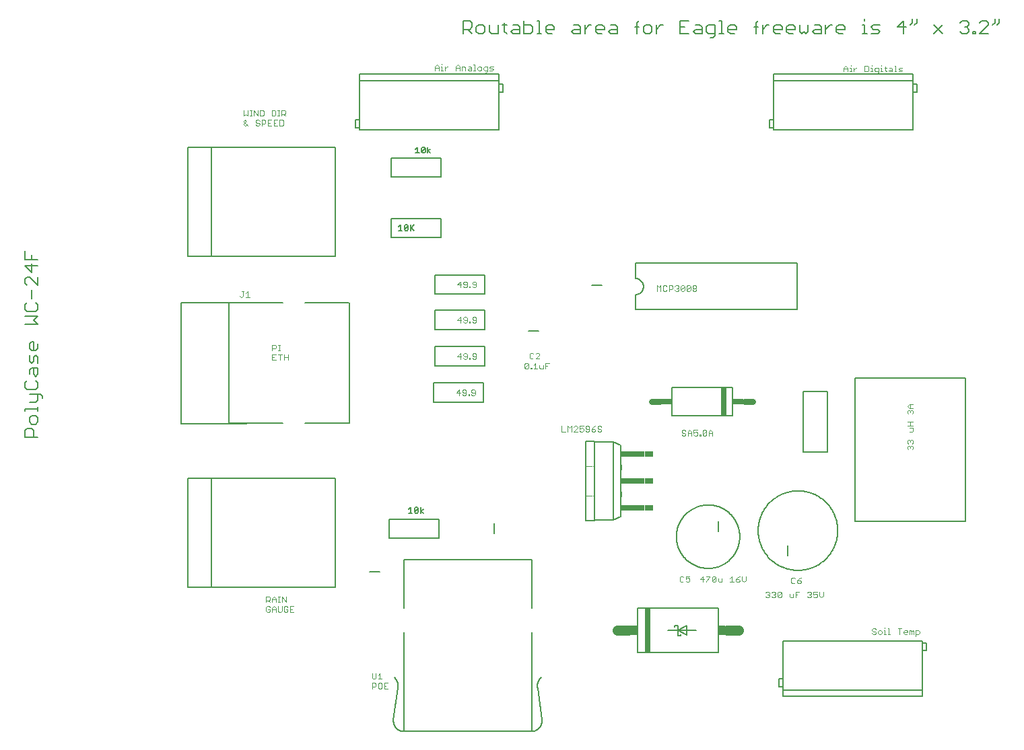
<source format=gto>
G75*
%MOIN*%
%OFA0B0*%
%FSLAX25Y25*%
%IPPOS*%
%LPD*%
%AMOC8*
5,1,8,0,0,1.08239X$1,22.5*
%
%ADD10C,0.00400*%
%ADD11C,0.00600*%
%ADD12C,0.00800*%
%ADD13C,0.05000*%
%ADD14R,0.03000X0.22000*%
%ADD15R,0.03500X0.05000*%
%ADD16C,0.00200*%
%ADD17R,0.04331X0.03150*%
%ADD18R,0.11811X0.03150*%
%ADD19R,0.00787X0.03150*%
%ADD20C,0.00700*%
%ADD21C,0.03000*%
%ADD22R,0.02500X0.14000*%
%ADD23R,0.05500X0.03000*%
%ADD24C,0.00500*%
D10*
X0156200Y0112167D02*
X0156667Y0111700D01*
X0157601Y0111700D01*
X0158068Y0112167D01*
X0158068Y0113101D01*
X0157134Y0113101D01*
X0156200Y0114035D02*
X0156200Y0112167D01*
X0156200Y0114035D02*
X0156667Y0114502D01*
X0157601Y0114502D01*
X0158068Y0114035D01*
X0159147Y0113568D02*
X0160081Y0114502D01*
X0161015Y0113568D01*
X0161015Y0111700D01*
X0162093Y0112167D02*
X0162560Y0111700D01*
X0163494Y0111700D01*
X0163961Y0112167D01*
X0163961Y0114502D01*
X0165040Y0114035D02*
X0165040Y0112167D01*
X0165507Y0111700D01*
X0166441Y0111700D01*
X0166908Y0112167D01*
X0166908Y0113101D01*
X0165974Y0113101D01*
X0166908Y0114035D02*
X0166441Y0114502D01*
X0165507Y0114502D01*
X0165040Y0114035D01*
X0165926Y0116500D02*
X0165926Y0119302D01*
X0164057Y0119302D02*
X0165926Y0116500D01*
X0164057Y0116500D02*
X0164057Y0119302D01*
X0163027Y0119302D02*
X0162093Y0119302D01*
X0162560Y0119302D02*
X0162560Y0116500D01*
X0162093Y0116500D02*
X0163027Y0116500D01*
X0161015Y0116500D02*
X0161015Y0118368D01*
X0160081Y0119302D01*
X0159147Y0118368D01*
X0159147Y0116500D01*
X0158068Y0116500D02*
X0157134Y0117434D01*
X0157601Y0117434D02*
X0156200Y0117434D01*
X0156200Y0116500D02*
X0156200Y0119302D01*
X0157601Y0119302D01*
X0158068Y0118835D01*
X0158068Y0117901D01*
X0157601Y0117434D01*
X0159147Y0117901D02*
X0161015Y0117901D01*
X0162093Y0114502D02*
X0162093Y0112167D01*
X0161015Y0113101D02*
X0159147Y0113101D01*
X0159147Y0113568D02*
X0159147Y0111700D01*
X0167986Y0111700D02*
X0167986Y0114502D01*
X0169854Y0114502D01*
X0168920Y0113101D02*
X0167986Y0113101D01*
X0167986Y0111700D02*
X0169854Y0111700D01*
X0208700Y0081302D02*
X0208700Y0078967D01*
X0209167Y0078500D01*
X0210101Y0078500D01*
X0210568Y0078967D01*
X0210568Y0081302D01*
X0211647Y0080368D02*
X0212581Y0081302D01*
X0212581Y0078500D01*
X0211647Y0078500D02*
X0213515Y0078500D01*
X0213048Y0076502D02*
X0213515Y0076035D01*
X0213515Y0074167D01*
X0213048Y0073700D01*
X0212114Y0073700D01*
X0211647Y0074167D01*
X0211647Y0076035D01*
X0212114Y0076502D01*
X0213048Y0076502D01*
X0214593Y0076502D02*
X0214593Y0073700D01*
X0216461Y0073700D01*
X0215527Y0075101D02*
X0214593Y0075101D01*
X0214593Y0076502D02*
X0216461Y0076502D01*
X0210568Y0076035D02*
X0210568Y0075101D01*
X0210101Y0074634D01*
X0208700Y0074634D01*
X0208700Y0073700D02*
X0208700Y0076502D01*
X0210101Y0076502D01*
X0210568Y0076035D01*
X0361000Y0127067D02*
X0361467Y0126600D01*
X0362401Y0126600D01*
X0362868Y0127067D01*
X0363947Y0127067D02*
X0364414Y0126600D01*
X0365348Y0126600D01*
X0365815Y0127067D01*
X0365815Y0128001D01*
X0365348Y0128468D01*
X0364881Y0128468D01*
X0363947Y0128001D01*
X0363947Y0129402D01*
X0365815Y0129402D01*
X0362868Y0128935D02*
X0362401Y0129402D01*
X0361467Y0129402D01*
X0361000Y0128935D01*
X0361000Y0127067D01*
X0371100Y0127901D02*
X0372968Y0127901D01*
X0374047Y0126967D02*
X0375915Y0128835D01*
X0375915Y0129302D01*
X0374047Y0129302D01*
X0372501Y0129302D02*
X0371100Y0127901D01*
X0372501Y0126500D02*
X0372501Y0129302D01*
X0374047Y0126967D02*
X0374047Y0126500D01*
X0376993Y0126967D02*
X0378861Y0128835D01*
X0378861Y0126967D01*
X0378394Y0126500D01*
X0377460Y0126500D01*
X0376993Y0126967D01*
X0376993Y0128835D01*
X0377460Y0129302D01*
X0378394Y0129302D01*
X0378861Y0128835D01*
X0379940Y0128368D02*
X0379940Y0126967D01*
X0380407Y0126500D01*
X0381808Y0126500D01*
X0381808Y0128368D01*
X0385833Y0128368D02*
X0386767Y0129302D01*
X0386767Y0126500D01*
X0385833Y0126500D02*
X0387701Y0126500D01*
X0388779Y0126967D02*
X0389246Y0126500D01*
X0390180Y0126500D01*
X0390647Y0126967D01*
X0390647Y0127434D01*
X0390180Y0127901D01*
X0388779Y0127901D01*
X0388779Y0126967D01*
X0388779Y0127901D02*
X0389713Y0128835D01*
X0390647Y0129302D01*
X0391726Y0129302D02*
X0391726Y0127434D01*
X0392660Y0126500D01*
X0393594Y0127434D01*
X0393594Y0129302D01*
X0403535Y0121135D02*
X0404002Y0121602D01*
X0404936Y0121602D01*
X0405403Y0121135D01*
X0405403Y0120668D01*
X0404936Y0120201D01*
X0405403Y0119734D01*
X0405403Y0119267D01*
X0404936Y0118800D01*
X0404002Y0118800D01*
X0403535Y0119267D01*
X0404469Y0120201D02*
X0404936Y0120201D01*
X0406481Y0119267D02*
X0406948Y0118800D01*
X0407883Y0118800D01*
X0408350Y0119267D01*
X0408350Y0119734D01*
X0407883Y0120201D01*
X0407415Y0120201D01*
X0407883Y0120201D02*
X0408350Y0120668D01*
X0408350Y0121135D01*
X0407883Y0121602D01*
X0406948Y0121602D01*
X0406481Y0121135D01*
X0409428Y0121135D02*
X0409895Y0121602D01*
X0410829Y0121602D01*
X0411296Y0121135D01*
X0409428Y0119267D01*
X0409895Y0118800D01*
X0410829Y0118800D01*
X0411296Y0119267D01*
X0411296Y0121135D01*
X0409428Y0121135D02*
X0409428Y0119267D01*
X0415321Y0119267D02*
X0415788Y0118800D01*
X0417189Y0118800D01*
X0417189Y0120668D01*
X0418267Y0120201D02*
X0419202Y0120201D01*
X0420136Y0121602D02*
X0418267Y0121602D01*
X0418267Y0118800D01*
X0415321Y0119267D02*
X0415321Y0120668D01*
X0416674Y0125900D02*
X0417608Y0125900D01*
X0418075Y0126367D01*
X0419153Y0126367D02*
X0419621Y0125900D01*
X0420555Y0125900D01*
X0421022Y0126367D01*
X0421022Y0126834D01*
X0420555Y0127301D01*
X0419153Y0127301D01*
X0419153Y0126367D01*
X0419153Y0127301D02*
X0420088Y0128235D01*
X0421022Y0128702D01*
X0418075Y0128235D02*
X0417608Y0128702D01*
X0416674Y0128702D01*
X0416207Y0128235D01*
X0416207Y0126367D01*
X0416674Y0125900D01*
X0424160Y0121135D02*
X0424628Y0121602D01*
X0425562Y0121602D01*
X0426029Y0121135D01*
X0426029Y0120668D01*
X0425562Y0120201D01*
X0426029Y0119734D01*
X0426029Y0119267D01*
X0425562Y0118800D01*
X0424628Y0118800D01*
X0424160Y0119267D01*
X0425095Y0120201D02*
X0425562Y0120201D01*
X0427107Y0120201D02*
X0428041Y0120668D01*
X0428508Y0120668D01*
X0428975Y0120201D01*
X0428975Y0119267D01*
X0428508Y0118800D01*
X0427574Y0118800D01*
X0427107Y0119267D01*
X0427107Y0120201D02*
X0427107Y0121602D01*
X0428975Y0121602D01*
X0430053Y0121602D02*
X0430053Y0119734D01*
X0430988Y0118800D01*
X0431922Y0119734D01*
X0431922Y0121602D01*
X0456200Y0103035D02*
X0456200Y0102568D01*
X0456667Y0102101D01*
X0457601Y0102101D01*
X0458068Y0101634D01*
X0458068Y0101167D01*
X0457601Y0100700D01*
X0456667Y0100700D01*
X0456200Y0101167D01*
X0456200Y0103035D02*
X0456667Y0103502D01*
X0457601Y0103502D01*
X0458068Y0103035D01*
X0459147Y0102101D02*
X0459147Y0101167D01*
X0459614Y0100700D01*
X0460548Y0100700D01*
X0461015Y0101167D01*
X0461015Y0102101D01*
X0460548Y0102568D01*
X0459614Y0102568D01*
X0459147Y0102101D01*
X0462093Y0102568D02*
X0462560Y0102568D01*
X0462560Y0100700D01*
X0462093Y0100700D02*
X0463027Y0100700D01*
X0464057Y0100700D02*
X0464992Y0100700D01*
X0464524Y0100700D02*
X0464524Y0103502D01*
X0464057Y0103502D01*
X0462560Y0103502D02*
X0462560Y0103969D01*
X0468968Y0103502D02*
X0470837Y0103502D01*
X0469902Y0103502D02*
X0469902Y0100700D01*
X0471915Y0101167D02*
X0471915Y0102101D01*
X0472382Y0102568D01*
X0473316Y0102568D01*
X0473783Y0102101D01*
X0473783Y0101634D01*
X0471915Y0101634D01*
X0471915Y0101167D02*
X0472382Y0100700D01*
X0473316Y0100700D01*
X0474861Y0100700D02*
X0474861Y0102568D01*
X0475328Y0102568D01*
X0475795Y0102101D01*
X0476262Y0102568D01*
X0476730Y0102101D01*
X0476730Y0100700D01*
X0475795Y0100700D02*
X0475795Y0102101D01*
X0477808Y0102568D02*
X0479209Y0102568D01*
X0479676Y0102101D01*
X0479676Y0101167D01*
X0479209Y0100700D01*
X0477808Y0100700D01*
X0477808Y0099766D02*
X0477808Y0102568D01*
X0476033Y0192128D02*
X0476500Y0192595D01*
X0476500Y0193529D01*
X0476033Y0193996D01*
X0475566Y0193996D01*
X0475099Y0193529D01*
X0475099Y0193062D01*
X0475099Y0193529D02*
X0474632Y0193996D01*
X0474165Y0193996D01*
X0473698Y0193529D01*
X0473698Y0192595D01*
X0474165Y0192128D01*
X0474165Y0195074D02*
X0473698Y0195541D01*
X0473698Y0196476D01*
X0474165Y0196943D01*
X0474632Y0196943D01*
X0475099Y0196476D01*
X0475566Y0196943D01*
X0476033Y0196943D01*
X0476500Y0196476D01*
X0476500Y0195541D01*
X0476033Y0195074D01*
X0475099Y0196009D02*
X0475099Y0196476D01*
X0474632Y0200967D02*
X0476033Y0200967D01*
X0476500Y0201434D01*
X0476500Y0202836D01*
X0474632Y0202836D01*
X0475099Y0203914D02*
X0475099Y0205782D01*
X0473698Y0205782D02*
X0476500Y0205782D01*
X0476500Y0203914D02*
X0473698Y0203914D01*
X0474165Y0209807D02*
X0473698Y0210274D01*
X0473698Y0211208D01*
X0474165Y0211675D01*
X0474632Y0211675D01*
X0475099Y0211208D01*
X0475566Y0211675D01*
X0476033Y0211675D01*
X0476500Y0211208D01*
X0476500Y0210274D01*
X0476033Y0209807D01*
X0475099Y0210741D02*
X0475099Y0211208D01*
X0475099Y0212753D02*
X0475099Y0214622D01*
X0474632Y0214622D02*
X0476500Y0214622D01*
X0474632Y0214622D02*
X0473698Y0213688D01*
X0474632Y0212753D01*
X0476500Y0212753D01*
X0377122Y0200868D02*
X0377122Y0199000D01*
X0377122Y0200401D02*
X0375253Y0200401D01*
X0375253Y0200868D02*
X0376188Y0201802D01*
X0377122Y0200868D01*
X0375253Y0200868D02*
X0375253Y0199000D01*
X0374175Y0199467D02*
X0373708Y0199000D01*
X0372774Y0199000D01*
X0372307Y0199467D01*
X0374175Y0201335D01*
X0374175Y0199467D01*
X0372307Y0199467D02*
X0372307Y0201335D01*
X0372774Y0201802D01*
X0373708Y0201802D01*
X0374175Y0201335D01*
X0371301Y0199467D02*
X0371301Y0199000D01*
X0370834Y0199000D01*
X0370834Y0199467D01*
X0371301Y0199467D01*
X0369755Y0199467D02*
X0369755Y0200401D01*
X0369288Y0200868D01*
X0368821Y0200868D01*
X0367887Y0200401D01*
X0367887Y0201802D01*
X0369755Y0201802D01*
X0369755Y0199467D02*
X0369288Y0199000D01*
X0368354Y0199000D01*
X0367887Y0199467D01*
X0366809Y0199000D02*
X0366809Y0200868D01*
X0365875Y0201802D01*
X0364941Y0200868D01*
X0364941Y0199000D01*
X0363862Y0199467D02*
X0363395Y0199000D01*
X0362461Y0199000D01*
X0361994Y0199467D01*
X0362461Y0200401D02*
X0363395Y0200401D01*
X0363862Y0199934D01*
X0363862Y0199467D01*
X0364941Y0200401D02*
X0366809Y0200401D01*
X0363862Y0201335D02*
X0363395Y0201802D01*
X0362461Y0201802D01*
X0361994Y0201335D01*
X0361994Y0200868D01*
X0362461Y0200401D01*
X0322122Y0201467D02*
X0321655Y0201000D01*
X0320721Y0201000D01*
X0320253Y0201467D01*
X0320721Y0202401D02*
X0321655Y0202401D01*
X0322122Y0201934D01*
X0322122Y0201467D01*
X0320721Y0202401D02*
X0320253Y0202868D01*
X0320253Y0203335D01*
X0320721Y0203802D01*
X0321655Y0203802D01*
X0322122Y0203335D01*
X0319175Y0203802D02*
X0318241Y0203335D01*
X0317307Y0202401D01*
X0318708Y0202401D01*
X0319175Y0201934D01*
X0319175Y0201467D01*
X0318708Y0201000D01*
X0317774Y0201000D01*
X0317307Y0201467D01*
X0317307Y0202401D01*
X0316229Y0202401D02*
X0314828Y0202401D01*
X0314360Y0202868D01*
X0314360Y0203335D01*
X0314828Y0203802D01*
X0315762Y0203802D01*
X0316229Y0203335D01*
X0316229Y0201467D01*
X0315762Y0201000D01*
X0314828Y0201000D01*
X0314360Y0201467D01*
X0313282Y0201467D02*
X0312815Y0201000D01*
X0311881Y0201000D01*
X0311414Y0201467D01*
X0311414Y0202401D02*
X0312348Y0202868D01*
X0312815Y0202868D01*
X0313282Y0202401D01*
X0313282Y0201467D01*
X0311414Y0202401D02*
X0311414Y0203802D01*
X0313282Y0203802D01*
X0310336Y0203335D02*
X0309869Y0203802D01*
X0308934Y0203802D01*
X0308467Y0203335D01*
X0307389Y0203802D02*
X0307389Y0201000D01*
X0308467Y0201000D02*
X0310336Y0202868D01*
X0310336Y0203335D01*
X0310336Y0201000D02*
X0308467Y0201000D01*
X0306455Y0202868D02*
X0307389Y0203802D01*
X0306455Y0202868D02*
X0305521Y0203802D01*
X0305521Y0201000D01*
X0304443Y0201000D02*
X0302574Y0201000D01*
X0302574Y0203802D01*
X0294513Y0232200D02*
X0294513Y0235002D01*
X0296381Y0235002D01*
X0295447Y0233601D02*
X0294513Y0233601D01*
X0293435Y0234068D02*
X0293435Y0232200D01*
X0292033Y0232200D01*
X0291566Y0232667D01*
X0291566Y0234068D01*
X0290488Y0232200D02*
X0288620Y0232200D01*
X0289554Y0232200D02*
X0289554Y0235002D01*
X0288620Y0234068D01*
X0287614Y0232667D02*
X0287614Y0232200D01*
X0287147Y0232200D01*
X0287147Y0232667D01*
X0287614Y0232667D01*
X0286068Y0232667D02*
X0285601Y0232200D01*
X0284667Y0232200D01*
X0284200Y0232667D01*
X0286068Y0234535D01*
X0286068Y0232667D01*
X0284200Y0232667D02*
X0284200Y0234535D01*
X0284667Y0235002D01*
X0285601Y0235002D01*
X0286068Y0234535D01*
X0287167Y0237200D02*
X0288101Y0237200D01*
X0288568Y0237667D01*
X0289647Y0237200D02*
X0291515Y0239068D01*
X0291515Y0239535D01*
X0291048Y0240002D01*
X0290114Y0240002D01*
X0289647Y0239535D01*
X0288568Y0239535D02*
X0288101Y0240002D01*
X0287167Y0240002D01*
X0286700Y0239535D01*
X0286700Y0237667D01*
X0287167Y0237200D01*
X0289647Y0237200D02*
X0291515Y0237200D01*
X0260122Y0237467D02*
X0260122Y0239335D01*
X0259655Y0239802D01*
X0258721Y0239802D01*
X0258253Y0239335D01*
X0258253Y0238868D01*
X0258721Y0238401D01*
X0260122Y0238401D01*
X0260122Y0237467D02*
X0259655Y0237000D01*
X0258721Y0237000D01*
X0258253Y0237467D01*
X0257247Y0237467D02*
X0257247Y0237000D01*
X0256780Y0237000D01*
X0256780Y0237467D01*
X0257247Y0237467D01*
X0255702Y0237467D02*
X0255702Y0239335D01*
X0255235Y0239802D01*
X0254301Y0239802D01*
X0253834Y0239335D01*
X0253834Y0238868D01*
X0254301Y0238401D01*
X0255702Y0238401D01*
X0255702Y0237467D02*
X0255235Y0237000D01*
X0254301Y0237000D01*
X0253834Y0237467D01*
X0252755Y0238401D02*
X0250887Y0238401D01*
X0252288Y0239802D01*
X0252288Y0237000D01*
X0251788Y0221802D02*
X0250387Y0220401D01*
X0252255Y0220401D01*
X0253334Y0220868D02*
X0253801Y0220401D01*
X0255202Y0220401D01*
X0255202Y0219467D02*
X0255202Y0221335D01*
X0254735Y0221802D01*
X0253801Y0221802D01*
X0253334Y0221335D01*
X0253334Y0220868D01*
X0253334Y0219467D02*
X0253801Y0219000D01*
X0254735Y0219000D01*
X0255202Y0219467D01*
X0256280Y0219467D02*
X0256747Y0219467D01*
X0256747Y0219000D01*
X0256280Y0219000D01*
X0256280Y0219467D01*
X0257753Y0219467D02*
X0258221Y0219000D01*
X0259155Y0219000D01*
X0259622Y0219467D01*
X0259622Y0221335D01*
X0259155Y0221802D01*
X0258221Y0221802D01*
X0257753Y0221335D01*
X0257753Y0220868D01*
X0258221Y0220401D01*
X0259622Y0220401D01*
X0251788Y0219000D02*
X0251788Y0221802D01*
X0252288Y0255000D02*
X0252288Y0257802D01*
X0250887Y0256401D01*
X0252755Y0256401D01*
X0253834Y0256868D02*
X0254301Y0256401D01*
X0255702Y0256401D01*
X0255702Y0255467D02*
X0255702Y0257335D01*
X0255235Y0257802D01*
X0254301Y0257802D01*
X0253834Y0257335D01*
X0253834Y0256868D01*
X0253834Y0255467D02*
X0254301Y0255000D01*
X0255235Y0255000D01*
X0255702Y0255467D01*
X0256780Y0255467D02*
X0257247Y0255467D01*
X0257247Y0255000D01*
X0256780Y0255000D01*
X0256780Y0255467D01*
X0258253Y0255467D02*
X0258721Y0255000D01*
X0259655Y0255000D01*
X0260122Y0255467D01*
X0260122Y0257335D01*
X0259655Y0257802D01*
X0258721Y0257802D01*
X0258253Y0257335D01*
X0258253Y0256868D01*
X0258721Y0256401D01*
X0260122Y0256401D01*
X0259655Y0272500D02*
X0260122Y0272967D01*
X0260122Y0274835D01*
X0259655Y0275302D01*
X0258721Y0275302D01*
X0258253Y0274835D01*
X0258253Y0274368D01*
X0258721Y0273901D01*
X0260122Y0273901D01*
X0259655Y0272500D02*
X0258721Y0272500D01*
X0258253Y0272967D01*
X0257247Y0272967D02*
X0257247Y0272500D01*
X0256780Y0272500D01*
X0256780Y0272967D01*
X0257247Y0272967D01*
X0255702Y0272967D02*
X0255702Y0274835D01*
X0255235Y0275302D01*
X0254301Y0275302D01*
X0253834Y0274835D01*
X0253834Y0274368D01*
X0254301Y0273901D01*
X0255702Y0273901D01*
X0255702Y0272967D02*
X0255235Y0272500D01*
X0254301Y0272500D01*
X0253834Y0272967D01*
X0252755Y0273901D02*
X0250887Y0273901D01*
X0252288Y0275302D01*
X0252288Y0272500D01*
X0166961Y0239302D02*
X0166961Y0236500D01*
X0166961Y0237901D02*
X0165093Y0237901D01*
X0165093Y0236500D02*
X0165093Y0239302D01*
X0164015Y0239302D02*
X0162147Y0239302D01*
X0163081Y0239302D02*
X0163081Y0236500D01*
X0161068Y0236500D02*
X0159200Y0236500D01*
X0159200Y0239302D01*
X0161068Y0239302D01*
X0160134Y0237901D02*
X0159200Y0237901D01*
X0159200Y0241300D02*
X0159200Y0244102D01*
X0160601Y0244102D01*
X0161068Y0243635D01*
X0161068Y0242701D01*
X0160601Y0242234D01*
X0159200Y0242234D01*
X0162147Y0241300D02*
X0163081Y0241300D01*
X0162614Y0241300D02*
X0162614Y0244102D01*
X0162147Y0244102D02*
X0163081Y0244102D01*
X0148015Y0267700D02*
X0146147Y0267700D01*
X0147081Y0267700D02*
X0147081Y0270502D01*
X0146147Y0269568D01*
X0145068Y0270502D02*
X0144134Y0270502D01*
X0144601Y0270502D02*
X0144601Y0268167D01*
X0144134Y0267700D01*
X0143667Y0267700D01*
X0143200Y0268167D01*
X0145667Y0352700D02*
X0145200Y0353167D01*
X0145200Y0353634D01*
X0146134Y0354568D01*
X0146134Y0355035D01*
X0145667Y0355502D01*
X0145200Y0355035D01*
X0145200Y0354568D01*
X0147068Y0352700D01*
X0146134Y0352700D02*
X0145667Y0352700D01*
X0146134Y0352700D02*
X0147068Y0353634D01*
X0147068Y0357500D02*
X0147068Y0360302D01*
X0148147Y0360302D02*
X0149081Y0360302D01*
X0148614Y0360302D02*
X0148614Y0357500D01*
X0148147Y0357500D02*
X0149081Y0357500D01*
X0150111Y0357500D02*
X0150111Y0360302D01*
X0151979Y0357500D01*
X0151979Y0360302D01*
X0153057Y0360302D02*
X0154459Y0360302D01*
X0154926Y0359835D01*
X0154926Y0357967D01*
X0154459Y0357500D01*
X0153057Y0357500D01*
X0153057Y0360302D01*
X0152494Y0355502D02*
X0151560Y0355502D01*
X0151093Y0355035D01*
X0151093Y0354568D01*
X0151560Y0354101D01*
X0152494Y0354101D01*
X0152961Y0353634D01*
X0152961Y0353167D01*
X0152494Y0352700D01*
X0151560Y0352700D01*
X0151093Y0353167D01*
X0152961Y0355035D02*
X0152494Y0355502D01*
X0154040Y0355502D02*
X0155441Y0355502D01*
X0155908Y0355035D01*
X0155908Y0354101D01*
X0155441Y0353634D01*
X0154040Y0353634D01*
X0154040Y0352700D02*
X0154040Y0355502D01*
X0156986Y0355502D02*
X0156986Y0352700D01*
X0158854Y0352700D01*
X0159933Y0352700D02*
X0161801Y0352700D01*
X0162879Y0352700D02*
X0162879Y0355502D01*
X0164280Y0355502D01*
X0164747Y0355035D01*
X0164747Y0353167D01*
X0164280Y0352700D01*
X0162879Y0352700D01*
X0160867Y0354101D02*
X0159933Y0354101D01*
X0159933Y0355502D02*
X0159933Y0352700D01*
X0157920Y0354101D02*
X0156986Y0354101D01*
X0156986Y0355502D02*
X0158854Y0355502D01*
X0159933Y0355502D02*
X0161801Y0355502D01*
X0161897Y0357500D02*
X0162831Y0357500D01*
X0162364Y0357500D02*
X0162364Y0360302D01*
X0161897Y0360302D02*
X0162831Y0360302D01*
X0163861Y0360302D02*
X0165262Y0360302D01*
X0165730Y0359835D01*
X0165730Y0358901D01*
X0165262Y0358434D01*
X0163861Y0358434D01*
X0163861Y0357500D02*
X0163861Y0360302D01*
X0164795Y0358434D02*
X0165730Y0357500D01*
X0160819Y0357967D02*
X0160819Y0359835D01*
X0160352Y0360302D01*
X0158950Y0360302D01*
X0158950Y0357500D01*
X0160352Y0357500D01*
X0160819Y0357967D01*
X0147068Y0357500D02*
X0146134Y0358434D01*
X0145200Y0357500D01*
X0145200Y0360302D01*
X0239744Y0380000D02*
X0239744Y0381868D01*
X0240678Y0382802D01*
X0241612Y0381868D01*
X0241612Y0380000D01*
X0242690Y0380000D02*
X0243624Y0380000D01*
X0243157Y0380000D02*
X0243157Y0381868D01*
X0242690Y0381868D01*
X0243157Y0382802D02*
X0243157Y0383269D01*
X0244655Y0381868D02*
X0244655Y0380000D01*
X0244655Y0380934D02*
X0245589Y0381868D01*
X0246056Y0381868D01*
X0250057Y0381868D02*
X0250991Y0382802D01*
X0251925Y0381868D01*
X0251925Y0380000D01*
X0253003Y0380000D02*
X0253003Y0381868D01*
X0254404Y0381868D01*
X0254871Y0381401D01*
X0254871Y0380000D01*
X0255950Y0380467D02*
X0256417Y0380934D01*
X0257818Y0380934D01*
X0257818Y0381401D02*
X0257818Y0380000D01*
X0256417Y0380000D01*
X0255950Y0380467D01*
X0256417Y0381868D02*
X0257351Y0381868D01*
X0257818Y0381401D01*
X0258896Y0380000D02*
X0259830Y0380000D01*
X0259363Y0380000D02*
X0259363Y0382802D01*
X0258896Y0382802D01*
X0260860Y0381401D02*
X0260860Y0380467D01*
X0261328Y0380000D01*
X0262262Y0380000D01*
X0262729Y0380467D01*
X0262729Y0381401D01*
X0262262Y0381868D01*
X0261328Y0381868D01*
X0260860Y0381401D01*
X0263807Y0381401D02*
X0263807Y0380467D01*
X0264274Y0380000D01*
X0265675Y0380000D01*
X0265675Y0379533D02*
X0265675Y0381868D01*
X0264274Y0381868D01*
X0263807Y0381401D01*
X0264741Y0379066D02*
X0265208Y0379066D01*
X0265675Y0379533D01*
X0266753Y0380000D02*
X0268155Y0380000D01*
X0268622Y0380467D01*
X0268155Y0380934D01*
X0267221Y0380934D01*
X0266753Y0381401D01*
X0267221Y0381868D01*
X0268622Y0381868D01*
X0251925Y0381401D02*
X0250057Y0381401D01*
X0250057Y0381868D02*
X0250057Y0380000D01*
X0241612Y0381401D02*
X0239744Y0381401D01*
X0349700Y0273502D02*
X0350634Y0272568D01*
X0351568Y0273502D01*
X0351568Y0270700D01*
X0352647Y0271167D02*
X0353114Y0270700D01*
X0354048Y0270700D01*
X0354515Y0271167D01*
X0355593Y0270700D02*
X0355593Y0273502D01*
X0356994Y0273502D01*
X0357461Y0273035D01*
X0357461Y0272101D01*
X0356994Y0271634D01*
X0355593Y0271634D01*
X0354515Y0273035D02*
X0354048Y0273502D01*
X0353114Y0273502D01*
X0352647Y0273035D01*
X0352647Y0271167D01*
X0349700Y0270700D02*
X0349700Y0273502D01*
X0358540Y0273035D02*
X0359007Y0273502D01*
X0359941Y0273502D01*
X0360408Y0273035D01*
X0360408Y0272568D01*
X0359941Y0272101D01*
X0360408Y0271634D01*
X0360408Y0271167D01*
X0359941Y0270700D01*
X0359007Y0270700D01*
X0358540Y0271167D01*
X0359474Y0272101D02*
X0359941Y0272101D01*
X0361486Y0271167D02*
X0363354Y0273035D01*
X0363354Y0271167D01*
X0362887Y0270700D01*
X0361953Y0270700D01*
X0361486Y0271167D01*
X0361486Y0273035D01*
X0361953Y0273502D01*
X0362887Y0273502D01*
X0363354Y0273035D01*
X0364433Y0273035D02*
X0364433Y0271167D01*
X0366301Y0273035D01*
X0366301Y0271167D01*
X0365834Y0270700D01*
X0364900Y0270700D01*
X0364433Y0271167D01*
X0364433Y0273035D02*
X0364900Y0273502D01*
X0365834Y0273502D01*
X0366301Y0273035D01*
X0367379Y0273035D02*
X0367379Y0272568D01*
X0367846Y0272101D01*
X0368780Y0272101D01*
X0369247Y0271634D01*
X0369247Y0271167D01*
X0368780Y0270700D01*
X0367846Y0270700D01*
X0367379Y0271167D01*
X0367379Y0271634D01*
X0367846Y0272101D01*
X0368780Y0272101D02*
X0369247Y0272568D01*
X0369247Y0273035D01*
X0368780Y0273502D01*
X0367846Y0273502D01*
X0367379Y0273035D01*
X0442244Y0379500D02*
X0442244Y0381368D01*
X0443178Y0382302D01*
X0444112Y0381368D01*
X0444112Y0379500D01*
X0445190Y0379500D02*
X0446124Y0379500D01*
X0445657Y0379500D02*
X0445657Y0381368D01*
X0445190Y0381368D01*
X0445657Y0382302D02*
X0445657Y0382769D01*
X0447155Y0381368D02*
X0447155Y0379500D01*
X0447155Y0380434D02*
X0448089Y0381368D01*
X0448556Y0381368D01*
X0452557Y0382302D02*
X0453958Y0382302D01*
X0454425Y0381835D01*
X0454425Y0379967D01*
X0453958Y0379500D01*
X0452557Y0379500D01*
X0452557Y0382302D01*
X0455503Y0381368D02*
X0455970Y0381368D01*
X0455970Y0379500D01*
X0455503Y0379500D02*
X0456437Y0379500D01*
X0457467Y0379967D02*
X0457934Y0379500D01*
X0459336Y0379500D01*
X0459336Y0379033D02*
X0459336Y0381368D01*
X0457934Y0381368D01*
X0457467Y0380901D01*
X0457467Y0379967D01*
X0458402Y0378566D02*
X0458869Y0378566D01*
X0459336Y0379033D01*
X0460414Y0379500D02*
X0461348Y0379500D01*
X0460881Y0379500D02*
X0460881Y0381368D01*
X0460414Y0381368D01*
X0460881Y0382302D02*
X0460881Y0382769D01*
X0462378Y0381368D02*
X0463312Y0381368D01*
X0462845Y0381835D02*
X0462845Y0379967D01*
X0463312Y0379500D01*
X0464343Y0379967D02*
X0464810Y0380434D01*
X0466211Y0380434D01*
X0466211Y0380901D02*
X0466211Y0379500D01*
X0464810Y0379500D01*
X0464343Y0379967D01*
X0464810Y0381368D02*
X0465744Y0381368D01*
X0466211Y0380901D01*
X0467289Y0379500D02*
X0468223Y0379500D01*
X0467756Y0379500D02*
X0467756Y0382302D01*
X0467289Y0382302D01*
X0469253Y0380901D02*
X0469721Y0381368D01*
X0471122Y0381368D01*
X0470655Y0380434D02*
X0469721Y0380434D01*
X0469253Y0380901D01*
X0469253Y0379500D02*
X0470655Y0379500D01*
X0471122Y0379967D01*
X0470655Y0380434D01*
X0455970Y0382302D02*
X0455970Y0382769D01*
X0444112Y0380901D02*
X0442244Y0380901D01*
D11*
X0441774Y0398300D02*
X0439638Y0398300D01*
X0438571Y0399368D01*
X0438571Y0401503D01*
X0439638Y0402570D01*
X0441774Y0402570D01*
X0442841Y0401503D01*
X0442841Y0400435D01*
X0438571Y0400435D01*
X0436402Y0402570D02*
X0435335Y0402570D01*
X0433200Y0400435D01*
X0433200Y0398300D02*
X0433200Y0402570D01*
X0431024Y0401503D02*
X0431024Y0398300D01*
X0427822Y0398300D01*
X0426754Y0399368D01*
X0427822Y0400435D01*
X0431024Y0400435D01*
X0431024Y0401503D02*
X0429957Y0402570D01*
X0427822Y0402570D01*
X0424579Y0402570D02*
X0424579Y0399368D01*
X0423511Y0398300D01*
X0422444Y0399368D01*
X0421376Y0398300D01*
X0420309Y0399368D01*
X0420309Y0402570D01*
X0418133Y0401503D02*
X0418133Y0400435D01*
X0413863Y0400435D01*
X0413863Y0399368D02*
X0413863Y0401503D01*
X0414931Y0402570D01*
X0417066Y0402570D01*
X0418133Y0401503D01*
X0417066Y0398300D02*
X0414931Y0398300D01*
X0413863Y0399368D01*
X0411688Y0400435D02*
X0407418Y0400435D01*
X0407418Y0399368D02*
X0407418Y0401503D01*
X0408485Y0402570D01*
X0410620Y0402570D01*
X0411688Y0401503D01*
X0411688Y0400435D01*
X0410620Y0398300D02*
X0408485Y0398300D01*
X0407418Y0399368D01*
X0405249Y0402570D02*
X0404182Y0402570D01*
X0402046Y0400435D01*
X0402046Y0398300D02*
X0402046Y0402570D01*
X0399885Y0401503D02*
X0397749Y0401503D01*
X0398817Y0403638D02*
X0399885Y0404705D01*
X0398817Y0403638D02*
X0398817Y0398300D01*
X0389129Y0400435D02*
X0384858Y0400435D01*
X0384858Y0399368D02*
X0384858Y0401503D01*
X0385926Y0402570D01*
X0388061Y0402570D01*
X0389129Y0401503D01*
X0389129Y0400435D01*
X0388061Y0398300D02*
X0385926Y0398300D01*
X0384858Y0399368D01*
X0382697Y0398300D02*
X0380561Y0398300D01*
X0381629Y0398300D02*
X0381629Y0404705D01*
X0380561Y0404705D01*
X0378386Y0402570D02*
X0375184Y0402570D01*
X0374116Y0401503D01*
X0374116Y0399368D01*
X0375184Y0398300D01*
X0378386Y0398300D01*
X0378386Y0397232D02*
X0378386Y0402570D01*
X0378386Y0397232D02*
X0377319Y0396165D01*
X0376251Y0396165D01*
X0371941Y0398300D02*
X0368738Y0398300D01*
X0367670Y0399368D01*
X0368738Y0400435D01*
X0371941Y0400435D01*
X0371941Y0401503D02*
X0371941Y0398300D01*
X0371941Y0401503D02*
X0370873Y0402570D01*
X0368738Y0402570D01*
X0365495Y0404705D02*
X0361225Y0404705D01*
X0361225Y0398300D01*
X0365495Y0398300D01*
X0363360Y0401503D02*
X0361225Y0401503D01*
X0352611Y0402570D02*
X0351543Y0402570D01*
X0349408Y0400435D01*
X0349408Y0398300D02*
X0349408Y0402570D01*
X0347233Y0401503D02*
X0346165Y0402570D01*
X0344030Y0402570D01*
X0342963Y0401503D01*
X0342963Y0399368D01*
X0344030Y0398300D01*
X0346165Y0398300D01*
X0347233Y0399368D01*
X0347233Y0401503D01*
X0340801Y0401503D02*
X0338666Y0401503D01*
X0339733Y0403638D02*
X0340801Y0404705D01*
X0339733Y0403638D02*
X0339733Y0398300D01*
X0330045Y0398300D02*
X0326842Y0398300D01*
X0325775Y0399368D01*
X0326842Y0400435D01*
X0330045Y0400435D01*
X0330045Y0401503D02*
X0330045Y0398300D01*
X0330045Y0401503D02*
X0328977Y0402570D01*
X0326842Y0402570D01*
X0323600Y0401503D02*
X0323600Y0400435D01*
X0319329Y0400435D01*
X0319329Y0399368D02*
X0319329Y0401503D01*
X0320397Y0402570D01*
X0322532Y0402570D01*
X0323600Y0401503D01*
X0322532Y0398300D02*
X0320397Y0398300D01*
X0319329Y0399368D01*
X0317161Y0402570D02*
X0316093Y0402570D01*
X0313958Y0400435D01*
X0313958Y0398300D02*
X0313958Y0402570D01*
X0311783Y0401503D02*
X0311783Y0398300D01*
X0308580Y0398300D01*
X0307512Y0399368D01*
X0308580Y0400435D01*
X0311783Y0400435D01*
X0311783Y0401503D02*
X0310715Y0402570D01*
X0308580Y0402570D01*
X0298892Y0401503D02*
X0298892Y0400435D01*
X0294621Y0400435D01*
X0294621Y0399368D02*
X0294621Y0401503D01*
X0295689Y0402570D01*
X0297824Y0402570D01*
X0298892Y0401503D01*
X0297824Y0398300D02*
X0295689Y0398300D01*
X0294621Y0399368D01*
X0292460Y0398300D02*
X0290324Y0398300D01*
X0291392Y0398300D02*
X0291392Y0404705D01*
X0290324Y0404705D01*
X0288149Y0401503D02*
X0287082Y0402570D01*
X0283879Y0402570D01*
X0283879Y0404705D02*
X0283879Y0398300D01*
X0287082Y0398300D01*
X0288149Y0399368D01*
X0288149Y0401503D01*
X0281704Y0401503D02*
X0281704Y0398300D01*
X0278501Y0398300D01*
X0277433Y0399368D01*
X0278501Y0400435D01*
X0281704Y0400435D01*
X0281704Y0401503D02*
X0280636Y0402570D01*
X0278501Y0402570D01*
X0275272Y0402570D02*
X0273136Y0402570D01*
X0274204Y0403638D02*
X0274204Y0399368D01*
X0275272Y0398300D01*
X0270961Y0398300D02*
X0270961Y0402570D01*
X0266691Y0402570D02*
X0266691Y0399368D01*
X0267759Y0398300D01*
X0270961Y0398300D01*
X0264516Y0399368D02*
X0264516Y0401503D01*
X0263448Y0402570D01*
X0261313Y0402570D01*
X0260245Y0401503D01*
X0260245Y0399368D01*
X0261313Y0398300D01*
X0263448Y0398300D01*
X0264516Y0399368D01*
X0258070Y0398300D02*
X0255935Y0400435D01*
X0257003Y0400435D02*
X0253800Y0400435D01*
X0253800Y0398300D02*
X0253800Y0404705D01*
X0257003Y0404705D01*
X0258070Y0403638D01*
X0258070Y0401503D01*
X0257003Y0400435D01*
X0339000Y0284500D02*
X0339000Y0277000D01*
X0339126Y0276998D01*
X0339251Y0276992D01*
X0339376Y0276982D01*
X0339501Y0276968D01*
X0339626Y0276951D01*
X0339750Y0276929D01*
X0339873Y0276904D01*
X0339995Y0276874D01*
X0340116Y0276841D01*
X0340236Y0276804D01*
X0340355Y0276764D01*
X0340472Y0276719D01*
X0340589Y0276671D01*
X0340703Y0276619D01*
X0340816Y0276564D01*
X0340927Y0276505D01*
X0341036Y0276443D01*
X0341143Y0276377D01*
X0341248Y0276308D01*
X0341351Y0276236D01*
X0341452Y0276161D01*
X0341550Y0276082D01*
X0341645Y0276000D01*
X0341738Y0275916D01*
X0341828Y0275828D01*
X0341916Y0275738D01*
X0342000Y0275645D01*
X0342082Y0275550D01*
X0342161Y0275452D01*
X0342236Y0275351D01*
X0342308Y0275248D01*
X0342377Y0275143D01*
X0342443Y0275036D01*
X0342505Y0274927D01*
X0342564Y0274816D01*
X0342619Y0274703D01*
X0342671Y0274589D01*
X0342719Y0274472D01*
X0342764Y0274355D01*
X0342804Y0274236D01*
X0342841Y0274116D01*
X0342874Y0273995D01*
X0342904Y0273873D01*
X0342929Y0273750D01*
X0342951Y0273626D01*
X0342968Y0273501D01*
X0342982Y0273376D01*
X0342992Y0273251D01*
X0342998Y0273126D01*
X0343000Y0273000D01*
X0342998Y0272874D01*
X0342992Y0272749D01*
X0342982Y0272624D01*
X0342968Y0272499D01*
X0342951Y0272374D01*
X0342929Y0272250D01*
X0342904Y0272127D01*
X0342874Y0272005D01*
X0342841Y0271884D01*
X0342804Y0271764D01*
X0342764Y0271645D01*
X0342719Y0271528D01*
X0342671Y0271411D01*
X0342619Y0271297D01*
X0342564Y0271184D01*
X0342505Y0271073D01*
X0342443Y0270964D01*
X0342377Y0270857D01*
X0342308Y0270752D01*
X0342236Y0270649D01*
X0342161Y0270548D01*
X0342082Y0270450D01*
X0342000Y0270355D01*
X0341916Y0270262D01*
X0341828Y0270172D01*
X0341738Y0270084D01*
X0341645Y0270000D01*
X0341550Y0269918D01*
X0341452Y0269839D01*
X0341351Y0269764D01*
X0341248Y0269692D01*
X0341143Y0269623D01*
X0341036Y0269557D01*
X0340927Y0269495D01*
X0340816Y0269436D01*
X0340703Y0269381D01*
X0340589Y0269329D01*
X0340472Y0269281D01*
X0340355Y0269236D01*
X0340236Y0269196D01*
X0340116Y0269159D01*
X0339995Y0269126D01*
X0339873Y0269096D01*
X0339750Y0269071D01*
X0339626Y0269049D01*
X0339501Y0269032D01*
X0339376Y0269018D01*
X0339251Y0269008D01*
X0339126Y0269002D01*
X0339000Y0269000D01*
X0339000Y0261500D01*
X0419000Y0261500D01*
X0419000Y0284500D01*
X0339000Y0284500D01*
X0357000Y0223000D02*
X0357000Y0209000D01*
X0387000Y0209000D01*
X0387000Y0223000D01*
X0357000Y0223000D01*
X0340000Y0113500D02*
X0380000Y0113500D01*
X0380000Y0091500D01*
X0340000Y0091500D01*
X0340000Y0113500D01*
X0355000Y0102500D02*
X0360000Y0102500D01*
X0360000Y0100000D01*
X0361500Y0100000D01*
X0361500Y0100700D01*
X0360000Y0102500D02*
X0360000Y0105000D01*
X0358500Y0105000D01*
X0358500Y0104300D01*
X0360000Y0102500D02*
X0369000Y0102500D01*
X0364500Y0100200D02*
X0360000Y0102500D01*
X0364500Y0104800D01*
X0364500Y0100200D01*
X0043200Y0198300D02*
X0036795Y0198300D01*
X0036795Y0201503D01*
X0037862Y0202570D01*
X0039997Y0202570D01*
X0041065Y0201503D01*
X0041065Y0198300D01*
X0042132Y0204745D02*
X0043200Y0205813D01*
X0043200Y0207948D01*
X0042132Y0209016D01*
X0039997Y0209016D01*
X0038930Y0207948D01*
X0038930Y0205813D01*
X0039997Y0204745D01*
X0042132Y0204745D01*
X0043200Y0211191D02*
X0043200Y0213326D01*
X0043200Y0212259D02*
X0036795Y0212259D01*
X0036795Y0211191D01*
X0038930Y0215488D02*
X0042132Y0215488D01*
X0043200Y0216556D01*
X0043200Y0219758D01*
X0044268Y0219758D02*
X0045335Y0218691D01*
X0045335Y0217623D01*
X0044268Y0219758D02*
X0038930Y0219758D01*
X0037862Y0221933D02*
X0042132Y0221933D01*
X0043200Y0223001D01*
X0043200Y0225136D01*
X0042132Y0226204D01*
X0042132Y0228379D02*
X0041065Y0229447D01*
X0041065Y0232649D01*
X0039997Y0232649D02*
X0043200Y0232649D01*
X0043200Y0229447D01*
X0042132Y0228379D01*
X0038930Y0229447D02*
X0038930Y0231582D01*
X0039997Y0232649D01*
X0039997Y0234824D02*
X0038930Y0235892D01*
X0038930Y0239095D01*
X0041065Y0238027D02*
X0041065Y0235892D01*
X0039997Y0234824D01*
X0043200Y0234824D02*
X0043200Y0238027D01*
X0042132Y0239095D01*
X0041065Y0238027D01*
X0041065Y0241270D02*
X0041065Y0245540D01*
X0039997Y0245540D01*
X0038930Y0244473D01*
X0038930Y0242338D01*
X0039997Y0241270D01*
X0042132Y0241270D01*
X0043200Y0242338D01*
X0043200Y0244473D01*
X0043200Y0254161D02*
X0036795Y0254161D01*
X0036795Y0258431D02*
X0043200Y0258431D01*
X0041065Y0256296D01*
X0043200Y0254161D01*
X0042132Y0260606D02*
X0037862Y0260606D01*
X0036795Y0261674D01*
X0036795Y0263809D01*
X0037862Y0264877D01*
X0039997Y0267052D02*
X0039997Y0271322D01*
X0037862Y0273497D02*
X0036795Y0274565D01*
X0036795Y0276700D01*
X0037862Y0277768D01*
X0038930Y0277768D01*
X0043200Y0273497D01*
X0043200Y0277768D01*
X0039997Y0279943D02*
X0039997Y0284213D01*
X0039997Y0286388D02*
X0039997Y0288524D01*
X0036795Y0290659D02*
X0036795Y0286388D01*
X0043200Y0286388D01*
X0043200Y0283146D02*
X0036795Y0283146D01*
X0039997Y0279943D01*
X0042132Y0264877D02*
X0043200Y0263809D01*
X0043200Y0261674D01*
X0042132Y0260606D01*
X0037862Y0226204D02*
X0036795Y0225136D01*
X0036795Y0223001D01*
X0037862Y0221933D01*
X0451462Y0398300D02*
X0453597Y0398300D01*
X0452529Y0398300D02*
X0452529Y0402570D01*
X0451462Y0402570D01*
X0452529Y0404705D02*
X0452529Y0405773D01*
X0455759Y0401503D02*
X0456826Y0402570D01*
X0460029Y0402570D01*
X0458962Y0400435D02*
X0456826Y0400435D01*
X0455759Y0401503D01*
X0455759Y0398300D02*
X0458962Y0398300D01*
X0460029Y0399368D01*
X0458962Y0400435D01*
X0468650Y0401503D02*
X0472920Y0401503D01*
X0475095Y0402570D02*
X0476163Y0403638D01*
X0476163Y0405773D01*
X0478298Y0405773D02*
X0478298Y0403638D01*
X0477231Y0402570D01*
X0471853Y0404705D02*
X0471853Y0398300D01*
X0468650Y0401503D02*
X0471853Y0404705D01*
X0486912Y0402570D02*
X0491182Y0398300D01*
X0486912Y0398300D02*
X0491182Y0402570D01*
X0499803Y0403638D02*
X0500871Y0404705D01*
X0503006Y0404705D01*
X0504073Y0403638D01*
X0504073Y0402570D01*
X0503006Y0401503D01*
X0504073Y0400435D01*
X0504073Y0399368D01*
X0503006Y0398300D01*
X0500871Y0398300D01*
X0499803Y0399368D01*
X0501938Y0401503D02*
X0503006Y0401503D01*
X0506249Y0399368D02*
X0507316Y0399368D01*
X0507316Y0398300D01*
X0506249Y0398300D01*
X0506249Y0399368D01*
X0509471Y0398300D02*
X0513742Y0402570D01*
X0513742Y0403638D01*
X0512674Y0404705D01*
X0510539Y0404705D01*
X0509471Y0403638D01*
X0509471Y0398300D02*
X0513742Y0398300D01*
X0515917Y0402570D02*
X0516984Y0403638D01*
X0516984Y0405773D01*
X0519120Y0405773D02*
X0519120Y0403638D01*
X0518052Y0402570D01*
D12*
X0476390Y0378173D02*
X0476390Y0375024D01*
X0407492Y0375024D01*
X0407492Y0378173D01*
X0476390Y0378173D01*
X0476390Y0375024D02*
X0476390Y0350614D01*
X0407492Y0350614D01*
X0407492Y0375024D01*
X0407492Y0355535D02*
X0405524Y0355535D01*
X0405524Y0351598D01*
X0407492Y0351598D01*
X0476390Y0369315D02*
X0478358Y0369315D01*
X0478358Y0373252D01*
X0476390Y0373252D01*
X0322500Y0273500D02*
X0317500Y0273500D01*
X0291000Y0251000D02*
X0286000Y0251000D01*
X0264402Y0251776D02*
X0239598Y0251776D01*
X0239598Y0261224D01*
X0264402Y0261224D01*
X0264402Y0251776D01*
X0264402Y0243224D02*
X0239598Y0243224D01*
X0239598Y0233776D01*
X0264402Y0233776D01*
X0264402Y0243224D01*
X0263902Y0225224D02*
X0239098Y0225224D01*
X0239098Y0215776D01*
X0263902Y0215776D01*
X0263902Y0225224D01*
X0314394Y0196185D02*
X0314394Y0156815D01*
X0318724Y0156815D01*
X0318724Y0196185D01*
X0314394Y0196185D01*
X0318724Y0195791D02*
X0328173Y0195791D01*
X0328173Y0157209D01*
X0331717Y0158783D01*
X0331717Y0194217D01*
X0328173Y0195791D01*
X0328173Y0157209D02*
X0318724Y0157209D01*
X0269000Y0155500D02*
X0269000Y0150500D01*
X0241902Y0148276D02*
X0217098Y0148276D01*
X0217098Y0157724D01*
X0241902Y0157724D01*
X0241902Y0148276D01*
X0212500Y0131500D02*
X0207500Y0131500D01*
X0190500Y0124000D02*
X0190500Y0178000D01*
X0129000Y0178000D01*
X0117500Y0178000D01*
X0117500Y0124000D01*
X0129000Y0124000D01*
X0129000Y0178000D01*
X0137709Y0205000D02*
X0137709Y0265000D01*
X0138122Y0265000D02*
X0164500Y0265000D01*
X0175524Y0265000D02*
X0197177Y0265000D01*
X0197551Y0265000D02*
X0197551Y0205394D01*
X0197571Y0205157D02*
X0175524Y0205157D01*
X0164500Y0205157D02*
X0137728Y0205157D01*
X0146370Y0205000D02*
X0114087Y0205000D01*
X0114087Y0265000D01*
X0146370Y0265000D01*
X0129000Y0288000D02*
X0117500Y0288000D01*
X0117500Y0342000D01*
X0129000Y0342000D01*
X0129000Y0288000D01*
X0190500Y0288000D01*
X0190500Y0342000D01*
X0129000Y0342000D01*
X0200524Y0351598D02*
X0200524Y0355535D01*
X0202492Y0355535D01*
X0202492Y0351598D02*
X0200524Y0351598D01*
X0202492Y0350614D02*
X0202492Y0375024D01*
X0271390Y0375024D01*
X0271390Y0350614D01*
X0202492Y0350614D01*
X0218098Y0336724D02*
X0242902Y0336724D01*
X0242902Y0327276D01*
X0218098Y0327276D01*
X0218098Y0336724D01*
X0218098Y0306724D02*
X0242902Y0306724D01*
X0242902Y0297276D01*
X0218098Y0297276D01*
X0218098Y0306724D01*
X0239598Y0278724D02*
X0264402Y0278724D01*
X0264402Y0269276D01*
X0239598Y0269276D01*
X0239598Y0278724D01*
X0271390Y0369315D02*
X0273358Y0369315D01*
X0273358Y0373252D01*
X0271390Y0373252D01*
X0271390Y0375024D02*
X0271390Y0378173D01*
X0202492Y0378173D01*
X0202492Y0375024D01*
X0422000Y0221000D02*
X0434000Y0221000D01*
X0434000Y0191000D01*
X0422000Y0191000D01*
X0422000Y0221000D01*
X0447657Y0227512D02*
X0447657Y0156488D01*
X0502343Y0156488D01*
X0502343Y0227512D01*
X0447657Y0227512D01*
X0380000Y0156500D02*
X0380000Y0151500D01*
X0359300Y0149000D02*
X0359305Y0149385D01*
X0359319Y0149770D01*
X0359343Y0150155D01*
X0359376Y0150539D01*
X0359418Y0150922D01*
X0359470Y0151304D01*
X0359531Y0151684D01*
X0359602Y0152063D01*
X0359681Y0152440D01*
X0359771Y0152815D01*
X0359869Y0153187D01*
X0359976Y0153557D01*
X0360092Y0153925D01*
X0360218Y0154289D01*
X0360352Y0154650D01*
X0360495Y0155008D01*
X0360647Y0155362D01*
X0360807Y0155713D01*
X0360976Y0156059D01*
X0361154Y0156401D01*
X0361340Y0156739D01*
X0361534Y0157071D01*
X0361736Y0157399D01*
X0361946Y0157722D01*
X0362164Y0158040D01*
X0362390Y0158352D01*
X0362623Y0158659D01*
X0362864Y0158960D01*
X0363112Y0159255D01*
X0363367Y0159543D01*
X0363629Y0159826D01*
X0363898Y0160102D01*
X0364174Y0160371D01*
X0364457Y0160633D01*
X0364745Y0160888D01*
X0365040Y0161136D01*
X0365341Y0161377D01*
X0365648Y0161610D01*
X0365960Y0161836D01*
X0366278Y0162054D01*
X0366601Y0162264D01*
X0366929Y0162466D01*
X0367261Y0162660D01*
X0367599Y0162846D01*
X0367941Y0163024D01*
X0368287Y0163193D01*
X0368638Y0163353D01*
X0368992Y0163505D01*
X0369350Y0163648D01*
X0369711Y0163782D01*
X0370075Y0163908D01*
X0370443Y0164024D01*
X0370813Y0164131D01*
X0371185Y0164229D01*
X0371560Y0164319D01*
X0371937Y0164398D01*
X0372316Y0164469D01*
X0372696Y0164530D01*
X0373078Y0164582D01*
X0373461Y0164624D01*
X0373845Y0164657D01*
X0374230Y0164681D01*
X0374615Y0164695D01*
X0375000Y0164700D01*
X0375385Y0164695D01*
X0375770Y0164681D01*
X0376155Y0164657D01*
X0376539Y0164624D01*
X0376922Y0164582D01*
X0377304Y0164530D01*
X0377684Y0164469D01*
X0378063Y0164398D01*
X0378440Y0164319D01*
X0378815Y0164229D01*
X0379187Y0164131D01*
X0379557Y0164024D01*
X0379925Y0163908D01*
X0380289Y0163782D01*
X0380650Y0163648D01*
X0381008Y0163505D01*
X0381362Y0163353D01*
X0381713Y0163193D01*
X0382059Y0163024D01*
X0382401Y0162846D01*
X0382739Y0162660D01*
X0383071Y0162466D01*
X0383399Y0162264D01*
X0383722Y0162054D01*
X0384040Y0161836D01*
X0384352Y0161610D01*
X0384659Y0161377D01*
X0384960Y0161136D01*
X0385255Y0160888D01*
X0385543Y0160633D01*
X0385826Y0160371D01*
X0386102Y0160102D01*
X0386371Y0159826D01*
X0386633Y0159543D01*
X0386888Y0159255D01*
X0387136Y0158960D01*
X0387377Y0158659D01*
X0387610Y0158352D01*
X0387836Y0158040D01*
X0388054Y0157722D01*
X0388264Y0157399D01*
X0388466Y0157071D01*
X0388660Y0156739D01*
X0388846Y0156401D01*
X0389024Y0156059D01*
X0389193Y0155713D01*
X0389353Y0155362D01*
X0389505Y0155008D01*
X0389648Y0154650D01*
X0389782Y0154289D01*
X0389908Y0153925D01*
X0390024Y0153557D01*
X0390131Y0153187D01*
X0390229Y0152815D01*
X0390319Y0152440D01*
X0390398Y0152063D01*
X0390469Y0151684D01*
X0390530Y0151304D01*
X0390582Y0150922D01*
X0390624Y0150539D01*
X0390657Y0150155D01*
X0390681Y0149770D01*
X0390695Y0149385D01*
X0390700Y0149000D01*
X0390695Y0148615D01*
X0390681Y0148230D01*
X0390657Y0147845D01*
X0390624Y0147461D01*
X0390582Y0147078D01*
X0390530Y0146696D01*
X0390469Y0146316D01*
X0390398Y0145937D01*
X0390319Y0145560D01*
X0390229Y0145185D01*
X0390131Y0144813D01*
X0390024Y0144443D01*
X0389908Y0144075D01*
X0389782Y0143711D01*
X0389648Y0143350D01*
X0389505Y0142992D01*
X0389353Y0142638D01*
X0389193Y0142287D01*
X0389024Y0141941D01*
X0388846Y0141599D01*
X0388660Y0141261D01*
X0388466Y0140929D01*
X0388264Y0140601D01*
X0388054Y0140278D01*
X0387836Y0139960D01*
X0387610Y0139648D01*
X0387377Y0139341D01*
X0387136Y0139040D01*
X0386888Y0138745D01*
X0386633Y0138457D01*
X0386371Y0138174D01*
X0386102Y0137898D01*
X0385826Y0137629D01*
X0385543Y0137367D01*
X0385255Y0137112D01*
X0384960Y0136864D01*
X0384659Y0136623D01*
X0384352Y0136390D01*
X0384040Y0136164D01*
X0383722Y0135946D01*
X0383399Y0135736D01*
X0383071Y0135534D01*
X0382739Y0135340D01*
X0382401Y0135154D01*
X0382059Y0134976D01*
X0381713Y0134807D01*
X0381362Y0134647D01*
X0381008Y0134495D01*
X0380650Y0134352D01*
X0380289Y0134218D01*
X0379925Y0134092D01*
X0379557Y0133976D01*
X0379187Y0133869D01*
X0378815Y0133771D01*
X0378440Y0133681D01*
X0378063Y0133602D01*
X0377684Y0133531D01*
X0377304Y0133470D01*
X0376922Y0133418D01*
X0376539Y0133376D01*
X0376155Y0133343D01*
X0375770Y0133319D01*
X0375385Y0133305D01*
X0375000Y0133300D01*
X0374615Y0133305D01*
X0374230Y0133319D01*
X0373845Y0133343D01*
X0373461Y0133376D01*
X0373078Y0133418D01*
X0372696Y0133470D01*
X0372316Y0133531D01*
X0371937Y0133602D01*
X0371560Y0133681D01*
X0371185Y0133771D01*
X0370813Y0133869D01*
X0370443Y0133976D01*
X0370075Y0134092D01*
X0369711Y0134218D01*
X0369350Y0134352D01*
X0368992Y0134495D01*
X0368638Y0134647D01*
X0368287Y0134807D01*
X0367941Y0134976D01*
X0367599Y0135154D01*
X0367261Y0135340D01*
X0366929Y0135534D01*
X0366601Y0135736D01*
X0366278Y0135946D01*
X0365960Y0136164D01*
X0365648Y0136390D01*
X0365341Y0136623D01*
X0365040Y0136864D01*
X0364745Y0137112D01*
X0364457Y0137367D01*
X0364174Y0137629D01*
X0363898Y0137898D01*
X0363629Y0138174D01*
X0363367Y0138457D01*
X0363112Y0138745D01*
X0362864Y0139040D01*
X0362623Y0139341D01*
X0362390Y0139648D01*
X0362164Y0139960D01*
X0361946Y0140278D01*
X0361736Y0140601D01*
X0361534Y0140929D01*
X0361340Y0141261D01*
X0361154Y0141599D01*
X0360976Y0141941D01*
X0360807Y0142287D01*
X0360647Y0142638D01*
X0360495Y0142992D01*
X0360352Y0143350D01*
X0360218Y0143711D01*
X0360092Y0144075D01*
X0359976Y0144443D01*
X0359869Y0144813D01*
X0359771Y0145185D01*
X0359681Y0145560D01*
X0359602Y0145937D01*
X0359531Y0146316D01*
X0359470Y0146696D01*
X0359418Y0147078D01*
X0359376Y0147461D01*
X0359343Y0147845D01*
X0359319Y0148230D01*
X0359305Y0148615D01*
X0359300Y0149000D01*
X0414500Y0144500D02*
X0414500Y0139500D01*
X0399800Y0152000D02*
X0399806Y0152483D01*
X0399824Y0152967D01*
X0399853Y0153449D01*
X0399895Y0153931D01*
X0399948Y0154411D01*
X0400013Y0154891D01*
X0400090Y0155368D01*
X0400179Y0155843D01*
X0400279Y0156316D01*
X0400390Y0156787D01*
X0400514Y0157254D01*
X0400648Y0157719D01*
X0400794Y0158180D01*
X0400952Y0158637D01*
X0401120Y0159090D01*
X0401300Y0159539D01*
X0401490Y0159983D01*
X0401691Y0160423D01*
X0401903Y0160857D01*
X0402126Y0161287D01*
X0402359Y0161710D01*
X0402603Y0162128D01*
X0402856Y0162539D01*
X0403120Y0162945D01*
X0403394Y0163343D01*
X0403677Y0163735D01*
X0403970Y0164120D01*
X0404272Y0164498D01*
X0404583Y0164868D01*
X0404903Y0165230D01*
X0405232Y0165584D01*
X0405570Y0165930D01*
X0405916Y0166268D01*
X0406270Y0166597D01*
X0406632Y0166917D01*
X0407002Y0167228D01*
X0407380Y0167530D01*
X0407765Y0167823D01*
X0408157Y0168106D01*
X0408555Y0168380D01*
X0408961Y0168644D01*
X0409372Y0168897D01*
X0409790Y0169141D01*
X0410213Y0169374D01*
X0410643Y0169597D01*
X0411077Y0169809D01*
X0411517Y0170010D01*
X0411961Y0170200D01*
X0412410Y0170380D01*
X0412863Y0170548D01*
X0413320Y0170706D01*
X0413781Y0170852D01*
X0414246Y0170986D01*
X0414713Y0171110D01*
X0415184Y0171221D01*
X0415657Y0171321D01*
X0416132Y0171410D01*
X0416609Y0171487D01*
X0417089Y0171552D01*
X0417569Y0171605D01*
X0418051Y0171647D01*
X0418533Y0171676D01*
X0419017Y0171694D01*
X0419500Y0171700D01*
X0419983Y0171694D01*
X0420467Y0171676D01*
X0420949Y0171647D01*
X0421431Y0171605D01*
X0421911Y0171552D01*
X0422391Y0171487D01*
X0422868Y0171410D01*
X0423343Y0171321D01*
X0423816Y0171221D01*
X0424287Y0171110D01*
X0424754Y0170986D01*
X0425219Y0170852D01*
X0425680Y0170706D01*
X0426137Y0170548D01*
X0426590Y0170380D01*
X0427039Y0170200D01*
X0427483Y0170010D01*
X0427923Y0169809D01*
X0428357Y0169597D01*
X0428787Y0169374D01*
X0429210Y0169141D01*
X0429628Y0168897D01*
X0430039Y0168644D01*
X0430445Y0168380D01*
X0430843Y0168106D01*
X0431235Y0167823D01*
X0431620Y0167530D01*
X0431998Y0167228D01*
X0432368Y0166917D01*
X0432730Y0166597D01*
X0433084Y0166268D01*
X0433430Y0165930D01*
X0433768Y0165584D01*
X0434097Y0165230D01*
X0434417Y0164868D01*
X0434728Y0164498D01*
X0435030Y0164120D01*
X0435323Y0163735D01*
X0435606Y0163343D01*
X0435880Y0162945D01*
X0436144Y0162539D01*
X0436397Y0162128D01*
X0436641Y0161710D01*
X0436874Y0161287D01*
X0437097Y0160857D01*
X0437309Y0160423D01*
X0437510Y0159983D01*
X0437700Y0159539D01*
X0437880Y0159090D01*
X0438048Y0158637D01*
X0438206Y0158180D01*
X0438352Y0157719D01*
X0438486Y0157254D01*
X0438610Y0156787D01*
X0438721Y0156316D01*
X0438821Y0155843D01*
X0438910Y0155368D01*
X0438987Y0154891D01*
X0439052Y0154411D01*
X0439105Y0153931D01*
X0439147Y0153449D01*
X0439176Y0152967D01*
X0439194Y0152483D01*
X0439200Y0152000D01*
X0439194Y0151517D01*
X0439176Y0151033D01*
X0439147Y0150551D01*
X0439105Y0150069D01*
X0439052Y0149589D01*
X0438987Y0149109D01*
X0438910Y0148632D01*
X0438821Y0148157D01*
X0438721Y0147684D01*
X0438610Y0147213D01*
X0438486Y0146746D01*
X0438352Y0146281D01*
X0438206Y0145820D01*
X0438048Y0145363D01*
X0437880Y0144910D01*
X0437700Y0144461D01*
X0437510Y0144017D01*
X0437309Y0143577D01*
X0437097Y0143143D01*
X0436874Y0142713D01*
X0436641Y0142290D01*
X0436397Y0141872D01*
X0436144Y0141461D01*
X0435880Y0141055D01*
X0435606Y0140657D01*
X0435323Y0140265D01*
X0435030Y0139880D01*
X0434728Y0139502D01*
X0434417Y0139132D01*
X0434097Y0138770D01*
X0433768Y0138416D01*
X0433430Y0138070D01*
X0433084Y0137732D01*
X0432730Y0137403D01*
X0432368Y0137083D01*
X0431998Y0136772D01*
X0431620Y0136470D01*
X0431235Y0136177D01*
X0430843Y0135894D01*
X0430445Y0135620D01*
X0430039Y0135356D01*
X0429628Y0135103D01*
X0429210Y0134859D01*
X0428787Y0134626D01*
X0428357Y0134403D01*
X0427923Y0134191D01*
X0427483Y0133990D01*
X0427039Y0133800D01*
X0426590Y0133620D01*
X0426137Y0133452D01*
X0425680Y0133294D01*
X0425219Y0133148D01*
X0424754Y0133014D01*
X0424287Y0132890D01*
X0423816Y0132779D01*
X0423343Y0132679D01*
X0422868Y0132590D01*
X0422391Y0132513D01*
X0421911Y0132448D01*
X0421431Y0132395D01*
X0420949Y0132353D01*
X0420467Y0132324D01*
X0419983Y0132306D01*
X0419500Y0132300D01*
X0419017Y0132306D01*
X0418533Y0132324D01*
X0418051Y0132353D01*
X0417569Y0132395D01*
X0417089Y0132448D01*
X0416609Y0132513D01*
X0416132Y0132590D01*
X0415657Y0132679D01*
X0415184Y0132779D01*
X0414713Y0132890D01*
X0414246Y0133014D01*
X0413781Y0133148D01*
X0413320Y0133294D01*
X0412863Y0133452D01*
X0412410Y0133620D01*
X0411961Y0133800D01*
X0411517Y0133990D01*
X0411077Y0134191D01*
X0410643Y0134403D01*
X0410213Y0134626D01*
X0409790Y0134859D01*
X0409372Y0135103D01*
X0408961Y0135356D01*
X0408555Y0135620D01*
X0408157Y0135894D01*
X0407765Y0136177D01*
X0407380Y0136470D01*
X0407002Y0136772D01*
X0406632Y0137083D01*
X0406270Y0137403D01*
X0405916Y0137732D01*
X0405570Y0138070D01*
X0405232Y0138416D01*
X0404903Y0138770D01*
X0404583Y0139132D01*
X0404272Y0139502D01*
X0403970Y0139880D01*
X0403677Y0140265D01*
X0403394Y0140657D01*
X0403120Y0141055D01*
X0402856Y0141461D01*
X0402603Y0141872D01*
X0402359Y0142290D01*
X0402126Y0142713D01*
X0401903Y0143143D01*
X0401691Y0143577D01*
X0401490Y0144017D01*
X0401300Y0144461D01*
X0401120Y0144910D01*
X0400952Y0145363D01*
X0400794Y0145820D01*
X0400648Y0146281D01*
X0400514Y0146746D01*
X0400390Y0147213D01*
X0400279Y0147684D01*
X0400179Y0148157D01*
X0400090Y0148632D01*
X0400013Y0149109D01*
X0399948Y0149589D01*
X0399895Y0150069D01*
X0399853Y0150551D01*
X0399824Y0151033D01*
X0399806Y0151517D01*
X0399800Y0152000D01*
X0412110Y0097386D02*
X0412110Y0072976D01*
X0481008Y0072976D01*
X0481008Y0069827D01*
X0412110Y0069827D01*
X0412110Y0072976D01*
X0412110Y0074748D02*
X0410142Y0074748D01*
X0410142Y0078685D01*
X0412110Y0078685D01*
X0412110Y0097386D02*
X0481008Y0097386D01*
X0481008Y0072976D01*
X0481008Y0092465D02*
X0482976Y0092465D01*
X0482976Y0096402D01*
X0481008Y0096402D01*
X0190500Y0124000D02*
X0129000Y0124000D01*
D13*
X0330000Y0102500D02*
X0335500Y0102500D01*
X0384500Y0102500D02*
X0390000Y0102500D01*
D14*
X0345000Y0102500D03*
D15*
X0338250Y0102500D03*
X0381750Y0102500D03*
D16*
X0318606Y0169138D02*
X0317937Y0169138D01*
X0317543Y0169138D02*
X0317150Y0169138D01*
X0316756Y0169138D02*
X0316362Y0169138D01*
X0315969Y0169138D02*
X0315575Y0169138D01*
X0315181Y0169138D02*
X0314787Y0169138D01*
X0314787Y0183862D02*
X0315181Y0183862D01*
X0315575Y0183862D02*
X0315969Y0183862D01*
X0316362Y0183862D02*
X0316756Y0183862D01*
X0317150Y0183862D02*
X0317543Y0183862D01*
X0317937Y0183862D02*
X0318606Y0183862D01*
D17*
X0345693Y0189886D03*
X0345693Y0176500D03*
X0345693Y0163114D03*
D18*
X0337622Y0163114D03*
X0337622Y0176500D03*
X0337622Y0189886D03*
D19*
X0332110Y0183193D03*
X0332110Y0169807D03*
D20*
X0287693Y0137520D02*
X0287693Y0113504D01*
X0287693Y0101693D02*
X0287693Y0052480D01*
X0224307Y0052480D01*
X0224307Y0101693D01*
X0224307Y0113504D02*
X0224307Y0137520D01*
X0287693Y0137520D01*
X0292377Y0079331D02*
X0292269Y0079233D01*
X0292164Y0079133D01*
X0292061Y0079030D01*
X0291961Y0078924D01*
X0291864Y0078815D01*
X0291770Y0078704D01*
X0291678Y0078591D01*
X0291590Y0078475D01*
X0291505Y0078357D01*
X0291422Y0078237D01*
X0291343Y0078114D01*
X0291267Y0077990D01*
X0291195Y0077864D01*
X0291125Y0077736D01*
X0291060Y0077606D01*
X0290997Y0077474D01*
X0290938Y0077341D01*
X0290882Y0077206D01*
X0290830Y0077070D01*
X0290782Y0076933D01*
X0290737Y0076794D01*
X0290696Y0076655D01*
X0290658Y0076514D01*
X0290624Y0076372D01*
X0290594Y0076230D01*
X0290567Y0076087D01*
X0290545Y0075943D01*
X0290526Y0075798D01*
X0290510Y0075653D01*
X0290499Y0075508D01*
X0290491Y0075363D01*
X0290488Y0075217D01*
X0290487Y0075071D01*
X0290491Y0074926D01*
X0290499Y0074780D01*
X0290510Y0074635D01*
X0290525Y0074490D01*
X0290544Y0074346D01*
X0290567Y0074202D01*
X0290593Y0074059D01*
X0290594Y0074058D02*
X0292772Y0058346D01*
X0292780Y0058201D01*
X0292785Y0058055D01*
X0292786Y0057908D01*
X0292783Y0057762D01*
X0292776Y0057617D01*
X0292765Y0057471D01*
X0292750Y0057326D01*
X0292731Y0057181D01*
X0292709Y0057036D01*
X0292683Y0056893D01*
X0292652Y0056750D01*
X0292619Y0056608D01*
X0292581Y0056467D01*
X0292539Y0056327D01*
X0292494Y0056188D01*
X0292445Y0056050D01*
X0292393Y0055914D01*
X0292337Y0055779D01*
X0292277Y0055645D01*
X0292214Y0055514D01*
X0292147Y0055384D01*
X0292077Y0055256D01*
X0292004Y0055129D01*
X0291927Y0055005D01*
X0291847Y0054883D01*
X0291763Y0054763D01*
X0291677Y0054645D01*
X0291587Y0054530D01*
X0291495Y0054417D01*
X0291399Y0054307D01*
X0291301Y0054199D01*
X0291199Y0054094D01*
X0291095Y0053991D01*
X0290988Y0053891D01*
X0290879Y0053795D01*
X0290767Y0053701D01*
X0290653Y0053610D01*
X0290536Y0053522D01*
X0290417Y0053438D01*
X0290295Y0053356D01*
X0290172Y0053278D01*
X0290047Y0053203D01*
X0289919Y0053132D01*
X0289790Y0053064D01*
X0289659Y0052999D01*
X0289526Y0052938D01*
X0289392Y0052881D01*
X0289256Y0052827D01*
X0289119Y0052777D01*
X0288981Y0052730D01*
X0288841Y0052687D01*
X0288700Y0052648D01*
X0288559Y0052613D01*
X0288416Y0052581D01*
X0288273Y0052553D01*
X0288128Y0052529D01*
X0287984Y0052509D01*
X0287839Y0052493D01*
X0287693Y0052480D01*
X0224307Y0052480D02*
X0224161Y0052493D01*
X0224016Y0052509D01*
X0223872Y0052529D01*
X0223727Y0052553D01*
X0223584Y0052581D01*
X0223441Y0052613D01*
X0223300Y0052648D01*
X0223159Y0052687D01*
X0223019Y0052730D01*
X0222881Y0052777D01*
X0222744Y0052827D01*
X0222608Y0052881D01*
X0222474Y0052938D01*
X0222341Y0052999D01*
X0222210Y0053064D01*
X0222081Y0053132D01*
X0221953Y0053203D01*
X0221828Y0053278D01*
X0221705Y0053356D01*
X0221583Y0053438D01*
X0221464Y0053522D01*
X0221347Y0053610D01*
X0221233Y0053701D01*
X0221121Y0053795D01*
X0221012Y0053891D01*
X0220905Y0053991D01*
X0220801Y0054094D01*
X0220699Y0054199D01*
X0220601Y0054307D01*
X0220505Y0054417D01*
X0220413Y0054530D01*
X0220323Y0054645D01*
X0220237Y0054763D01*
X0220153Y0054883D01*
X0220073Y0055005D01*
X0219996Y0055129D01*
X0219923Y0055256D01*
X0219853Y0055384D01*
X0219786Y0055514D01*
X0219723Y0055645D01*
X0219663Y0055779D01*
X0219607Y0055914D01*
X0219555Y0056050D01*
X0219506Y0056188D01*
X0219461Y0056327D01*
X0219419Y0056467D01*
X0219381Y0056608D01*
X0219348Y0056750D01*
X0219317Y0056893D01*
X0219291Y0057036D01*
X0219269Y0057181D01*
X0219250Y0057326D01*
X0219235Y0057471D01*
X0219224Y0057617D01*
X0219217Y0057762D01*
X0219214Y0057908D01*
X0219215Y0058055D01*
X0219220Y0058201D01*
X0219228Y0058346D01*
X0221406Y0074058D01*
X0221407Y0074059D02*
X0221433Y0074202D01*
X0221456Y0074346D01*
X0221475Y0074490D01*
X0221490Y0074635D01*
X0221501Y0074780D01*
X0221509Y0074926D01*
X0221513Y0075071D01*
X0221512Y0075217D01*
X0221509Y0075363D01*
X0221501Y0075508D01*
X0221490Y0075653D01*
X0221474Y0075798D01*
X0221455Y0075943D01*
X0221433Y0076087D01*
X0221406Y0076230D01*
X0221376Y0076372D01*
X0221342Y0076514D01*
X0221304Y0076655D01*
X0221263Y0076794D01*
X0221218Y0076933D01*
X0221170Y0077070D01*
X0221118Y0077206D01*
X0221062Y0077341D01*
X0221003Y0077474D01*
X0220940Y0077606D01*
X0220875Y0077736D01*
X0220805Y0077864D01*
X0220733Y0077990D01*
X0220657Y0078114D01*
X0220578Y0078237D01*
X0220495Y0078357D01*
X0220410Y0078475D01*
X0220322Y0078591D01*
X0220230Y0078704D01*
X0220136Y0078815D01*
X0220039Y0078924D01*
X0219939Y0079030D01*
X0219836Y0079133D01*
X0219731Y0079233D01*
X0219623Y0079331D01*
D21*
X0347000Y0216000D02*
X0351000Y0216000D01*
X0393000Y0216000D02*
X0397000Y0216000D01*
D22*
X0382750Y0216000D03*
D23*
X0389750Y0216000D03*
X0354250Y0216000D03*
D24*
X0233994Y0162552D02*
X0232643Y0161651D01*
X0233994Y0160750D01*
X0232643Y0160750D02*
X0232643Y0163452D01*
X0231498Y0163002D02*
X0229697Y0161200D01*
X0230147Y0160750D01*
X0231048Y0160750D01*
X0231498Y0161200D01*
X0231498Y0163002D01*
X0231048Y0163452D01*
X0230147Y0163452D01*
X0229697Y0163002D01*
X0229697Y0161200D01*
X0228552Y0160750D02*
X0226750Y0160750D01*
X0227651Y0160750D02*
X0227651Y0163452D01*
X0226750Y0162552D01*
X0226048Y0300750D02*
X0225147Y0300750D01*
X0224697Y0301200D01*
X0226498Y0303002D01*
X0226498Y0301200D01*
X0226048Y0300750D01*
X0224697Y0301200D02*
X0224697Y0303002D01*
X0225147Y0303452D01*
X0226048Y0303452D01*
X0226498Y0303002D01*
X0227643Y0303452D02*
X0227643Y0300750D01*
X0227643Y0301651D02*
X0229445Y0303452D01*
X0228093Y0302101D02*
X0229445Y0300750D01*
X0223552Y0300750D02*
X0221750Y0300750D01*
X0222651Y0300750D02*
X0222651Y0303452D01*
X0221750Y0302552D01*
X0230250Y0339250D02*
X0232052Y0339250D01*
X0231151Y0339250D02*
X0231151Y0341952D01*
X0230250Y0341052D01*
X0233197Y0341502D02*
X0233197Y0339700D01*
X0234998Y0341502D01*
X0234998Y0339700D01*
X0234548Y0339250D01*
X0233647Y0339250D01*
X0233197Y0339700D01*
X0233197Y0341502D02*
X0233647Y0341952D01*
X0234548Y0341952D01*
X0234998Y0341502D01*
X0236143Y0341952D02*
X0236143Y0339250D01*
X0236143Y0340151D02*
X0237494Y0341052D01*
X0236143Y0340151D02*
X0237494Y0339250D01*
M02*

</source>
